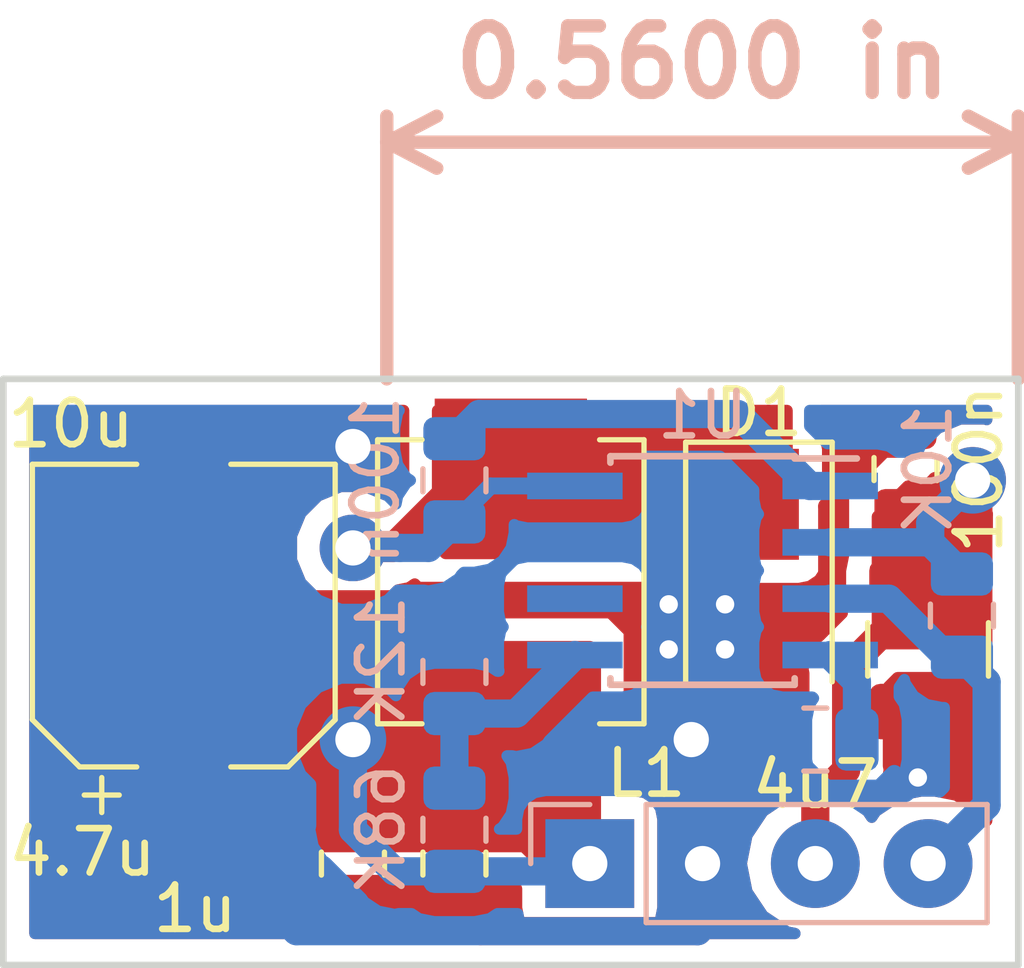
<source format=kicad_pcb>
(kicad_pcb (version 20171130) (host pcbnew "(5.0.0)")

  (general
    (thickness 1.6)
    (drawings 6)
    (tracks 137)
    (zones 0)
    (modules 14)
    (nets 10)
  )

  (page A4)
  (layers
    (0 F.Cu signal)
    (31 B.Cu signal)
    (32 B.Adhes user)
    (33 F.Adhes user)
    (34 B.Paste user)
    (35 F.Paste user)
    (36 B.SilkS user)
    (37 F.SilkS user)
    (38 B.Mask user)
    (39 F.Mask user)
    (40 Dwgs.User user)
    (41 Cmts.User user)
    (42 Eco1.User user)
    (43 Eco2.User user)
    (44 Edge.Cuts user)
    (45 Margin user)
    (46 B.CrtYd user)
    (47 F.CrtYd user)
    (48 B.Fab user)
    (49 F.Fab user)
  )

  (setup
    (last_trace_width 0.508)
    (user_trace_width 0.508)
    (user_trace_width 0.635)
    (trace_clearance 0.2032)
    (zone_clearance 0.508)
    (zone_45_only no)
    (trace_min 0.2032)
    (segment_width 0.2)
    (edge_width 0.15)
    (via_size 1.5)
    (via_drill 0.5)
    (via_min_size 0.762)
    (via_min_drill 0.396875)
    (user_via 1.143 0.5)
    (uvia_size 0.3)
    (uvia_drill 0.1)
    (uvias_allowed no)
    (uvia_min_size 0.2)
    (uvia_min_drill 0.1)
    (pcb_text_width 0.3)
    (pcb_text_size 1.5 1.5)
    (mod_edge_width 0.15)
    (mod_text_size 1 1)
    (mod_text_width 0.15)
    (pad_size 2 2)
    (pad_drill 0.79375)
    (pad_to_mask_clearance 0.2)
    (aux_axis_origin 0 0)
    (visible_elements 7FFFFF7F)
    (pcbplotparams
      (layerselection 0x010fc_ffffffff)
      (usegerberextensions false)
      (usegerberattributes false)
      (usegerberadvancedattributes false)
      (creategerberjobfile false)
      (excludeedgelayer true)
      (linewidth 0.100000)
      (plotframeref false)
      (viasonmask false)
      (mode 1)
      (useauxorigin false)
      (hpglpennumber 1)
      (hpglpenspeed 20)
      (hpglpendiameter 15.000000)
      (psnegative false)
      (psa4output false)
      (plotreference true)
      (plotvalue true)
      (plotinvisibletext false)
      (padsonsilk false)
      (subtractmaskfromsilk false)
      (outputformat 1)
      (mirror false)
      (drillshape 1)
      (scaleselection 1)
      (outputdirectory ""))
  )

  (net 0 "")
  (net 1 /Vin)
  (net 2 GND)
  (net 3 "Net-(C3-Pad1)")
  (net 4 "Net-(C3-Pad2)")
  (net 5 /Vout)
  (net 6 /EN)
  (net 7 "Net-(R2-Pad1)")
  (net 8 "Net-(R3-Pad2)")
  (net 9 "Net-(U1-Pad6)")

  (net_class Default "This is the default net class."
    (clearance 0.2032)
    (trace_width 0.508)
    (via_dia 1.5)
    (via_drill 0.5)
    (uvia_dia 0.3)
    (uvia_drill 0.1)
    (diff_pair_gap 0.254)
    (diff_pair_width 0.2032)
    (add_net /EN)
    (add_net /Vin)
    (add_net /Vout)
    (add_net GND)
    (add_net "Net-(C3-Pad1)")
    (add_net "Net-(C3-Pad2)")
    (add_net "Net-(R2-Pad1)")
    (add_net "Net-(R3-Pad2)")
    (add_net "Net-(U1-Pad6)")
  )

  (module Capacitor_SMD:CP_Elec_6.3x5.8 (layer F.Cu) (tedit 5C40E6E6) (tstamp 5C569210)
    (at 181.864 119.634 90)
    (descr "SMT capacitor, aluminium electrolytic, 6.3x5.8, Nichicon ")
    (tags "Capacitor Electrolytic")
    (path /5C3C1E41)
    (attr smd)
    (fp_text reference C4 (at 4.318 -2.794 180) (layer F.SilkS) hide
      (effects (font (size 1 1) (thickness 0.15)))
    )
    (fp_text value 10u (at 4.318 -2.54 180) (layer F.SilkS)
      (effects (font (size 1 1) (thickness 0.15)))
    )
    (fp_circle (center 0 0) (end 3.15 0) (layer F.Fab) (width 0.1))
    (fp_line (start 3.3 -3.3) (end 3.3 3.3) (layer F.Fab) (width 0.1))
    (fp_line (start -2.3 -3.3) (end 3.3 -3.3) (layer F.Fab) (width 0.1))
    (fp_line (start -2.3 3.3) (end 3.3 3.3) (layer F.Fab) (width 0.1))
    (fp_line (start -3.3 -2.3) (end -3.3 2.3) (layer F.Fab) (width 0.1))
    (fp_line (start -3.3 -2.3) (end -2.3 -3.3) (layer F.Fab) (width 0.1))
    (fp_line (start -3.3 2.3) (end -2.3 3.3) (layer F.Fab) (width 0.1))
    (fp_line (start -2.704838 -1.33) (end -2.074838 -1.33) (layer F.Fab) (width 0.1))
    (fp_line (start -2.389838 -1.645) (end -2.389838 -1.015) (layer F.Fab) (width 0.1))
    (fp_line (start 3.41 3.41) (end 3.41 1.06) (layer F.SilkS) (width 0.12))
    (fp_line (start 3.41 -3.41) (end 3.41 -1.06) (layer F.SilkS) (width 0.12))
    (fp_line (start -2.345563 -3.41) (end 3.41 -3.41) (layer F.SilkS) (width 0.12))
    (fp_line (start -2.345563 3.41) (end 3.41 3.41) (layer F.SilkS) (width 0.12))
    (fp_line (start -3.41 2.345563) (end -3.41 1.06) (layer F.SilkS) (width 0.12))
    (fp_line (start -3.41 -2.345563) (end -3.41 -1.06) (layer F.SilkS) (width 0.12))
    (fp_line (start -3.41 -2.345563) (end -2.345563 -3.41) (layer F.SilkS) (width 0.12))
    (fp_line (start -3.41 2.345563) (end -2.345563 3.41) (layer F.SilkS) (width 0.12))
    (fp_line (start -4.4375 -1.8475) (end -3.65 -1.8475) (layer F.SilkS) (width 0.12))
    (fp_line (start -4.04375 -2.24125) (end -4.04375 -1.45375) (layer F.SilkS) (width 0.12))
    (fp_line (start 3.55 -3.55) (end 3.55 -1.05) (layer F.CrtYd) (width 0.05))
    (fp_line (start 3.55 -1.05) (end 4.7 -1.05) (layer F.CrtYd) (width 0.05))
    (fp_line (start 4.7 -1.05) (end 4.7 1.05) (layer F.CrtYd) (width 0.05))
    (fp_line (start 4.7 1.05) (end 3.55 1.05) (layer F.CrtYd) (width 0.05))
    (fp_line (start 3.55 1.05) (end 3.55 3.55) (layer F.CrtYd) (width 0.05))
    (fp_line (start -2.4 3.55) (end 3.55 3.55) (layer F.CrtYd) (width 0.05))
    (fp_line (start -2.4 -3.55) (end 3.55 -3.55) (layer F.CrtYd) (width 0.05))
    (fp_line (start -3.55 2.4) (end -2.4 3.55) (layer F.CrtYd) (width 0.05))
    (fp_line (start -3.55 -2.4) (end -2.4 -3.55) (layer F.CrtYd) (width 0.05))
    (fp_line (start -3.55 -2.4) (end -3.55 -1.05) (layer F.CrtYd) (width 0.05))
    (fp_line (start -3.55 1.05) (end -3.55 2.4) (layer F.CrtYd) (width 0.05))
    (fp_line (start -3.55 -1.05) (end -4.7 -1.05) (layer F.CrtYd) (width 0.05))
    (fp_line (start -4.7 -1.05) (end -4.7 1.05) (layer F.CrtYd) (width 0.05))
    (fp_line (start -4.7 1.05) (end -3.55 1.05) (layer F.CrtYd) (width 0.05))
    (fp_text user %R (at 0 0 90) (layer F.Fab)
      (effects (font (size 1 1) (thickness 0.15)))
    )
    (pad 1 smd rect (at -2.7 0 90) (size 3.5 1.6) (layers F.Cu F.Paste F.Mask)
      (net 5 /Vout))
    (pad 2 smd rect (at 2.7 0 90) (size 3.5 1.6) (layers F.Cu F.Paste F.Mask)
      (net 2 GND))
    (model ${KISYS3DMOD}/Capacitor_SMD.3dshapes/CP_Elec_6.3x5.8.wrl
      (at (xyz 0 0 0))
      (scale (xyz 1 1 1))
      (rotate (xyz 0 0 0))
    )
  )

  (module Connector_PinHeader_2.54mm:PinHeader_1x04_P2.54mm_Vertical (layer B.Cu) (tedit 5C4B5FDE) (tstamp 5C569262)
    (at 191.008 125.222 270)
    (descr "Through hole straight pin header, 1x04, 2.54mm pitch, single row")
    (tags "Through hole pin header THT 1x04 2.54mm single row")
    (path /5C3C4FC9)
    (fp_text reference J1 (at 0 2.33 270) (layer B.SilkS) hide
      (effects (font (size 1 1) (thickness 0.15)) (justify mirror))
    )
    (fp_text value Power (at -2.032 -4.318) (layer B.Fab) hide
      (effects (font (size 1 1) (thickness 0.15)) (justify mirror))
    )
    (fp_line (start -0.635 1.27) (end 1.27 1.27) (layer B.Fab) (width 0.1))
    (fp_line (start 1.27 1.27) (end 1.27 -8.89) (layer B.Fab) (width 0.1))
    (fp_line (start 1.27 -8.89) (end -1.27 -8.89) (layer B.Fab) (width 0.1))
    (fp_line (start -1.27 -8.89) (end -1.27 0.635) (layer B.Fab) (width 0.1))
    (fp_line (start -1.27 0.635) (end -0.635 1.27) (layer B.Fab) (width 0.1))
    (fp_line (start -1.33 -8.95) (end 1.33 -8.95) (layer B.SilkS) (width 0.12))
    (fp_line (start -1.33 -1.27) (end -1.33 -8.95) (layer B.SilkS) (width 0.12))
    (fp_line (start 1.33 -1.27) (end 1.33 -8.95) (layer B.SilkS) (width 0.12))
    (fp_line (start -1.33 -1.27) (end 1.33 -1.27) (layer B.SilkS) (width 0.12))
    (fp_line (start -1.33 0) (end -1.33 1.33) (layer B.SilkS) (width 0.12))
    (fp_line (start -1.33 1.33) (end 0 1.33) (layer B.SilkS) (width 0.12))
    (fp_line (start -1.8 1.8) (end -1.8 -9.4) (layer B.CrtYd) (width 0.05))
    (fp_line (start -1.8 -9.4) (end 1.8 -9.4) (layer B.CrtYd) (width 0.05))
    (fp_line (start 1.8 -9.4) (end 1.8 1.8) (layer B.CrtYd) (width 0.05))
    (fp_line (start 1.8 1.8) (end -1.8 1.8) (layer B.CrtYd) (width 0.05))
    (fp_text user %R (at 0 -3.81 180) (layer B.Fab)
      (effects (font (size 1 1) (thickness 0.15)) (justify mirror))
    )
    (pad 1 thru_hole rect (at 0 0 270) (size 2 2) (drill 0.79375) (layers *.Cu *.Mask)
      (net 5 /Vout))
    (pad 2 thru_hole oval (at 0 -2.54 270) (size 2 2) (drill 0.79375) (layers *.Cu *.Mask)
      (net 2 GND))
    (pad 3 thru_hole oval (at 0 -5.08 270) (size 2 2) (drill 0.79375) (layers *.Cu *.Mask)
      (net 1 /Vin))
    (pad 4 thru_hole oval (at 0 -7.62 270) (size 2 2) (drill 0.79375) (layers *.Cu *.Mask)
      (net 6 /EN))
    (model ${KISYS3DMOD}/Connector_PinHeader_2.54mm.3dshapes/PinHeader_1x04_P2.54mm_Vertical.wrl
      (at (xyz 0 0 0))
      (scale (xyz 1 1 1))
      (rotate (xyz 0 0 0))
    )
  )

  (module supermileage_footprints:PCC-M0630M-LP (layer F.Cu) (tedit 5C3E5CEA) (tstamp 5C569279)
    (at 189.23 118.872 270)
    (descr "Choke, SMD, 6.3x6.3mm 3mm height")
    (tags "Inductor SMD")
    (path /5C3C1A56)
    (attr smd)
    (fp_text reference L1 (at 4.318 -3.048) (layer F.SilkS)
      (effects (font (size 1 1) (thickness 0.15)))
    )
    (fp_text value 22u (at 0 4.45 270) (layer F.Fab) hide
      (effects (font (size 1 1) (thickness 0.15)))
    )
    (fp_text user %R (at 0 0 270) (layer F.Fab)
      (effects (font (size 1 1) (thickness 0.15)))
    )
    (fp_line (start 3.2 2) (end 3.2 3) (layer F.SilkS) (width 0.12))
    (fp_line (start 3.2 3) (end -3.2 3) (layer F.SilkS) (width 0.12))
    (fp_line (start -3.2 3) (end -3.2 2) (layer F.SilkS) (width 0.12))
    (fp_line (start -3.2 -2) (end -3.2 -3) (layer F.SilkS) (width 0.12))
    (fp_line (start -3.2 -3) (end 3.2 -3) (layer F.SilkS) (width 0.12))
    (fp_line (start 3.2 -3) (end 3.2 -2) (layer F.SilkS) (width 0.12))
    (fp_line (start -3.75 -3.5) (end -3.75 3.5) (layer F.CrtYd) (width 0.05))
    (fp_line (start -3.75 3.5) (end 3.75 3.5) (layer F.CrtYd) (width 0.05))
    (fp_line (start 3.75 3.5) (end 3.75 -3.5) (layer F.CrtYd) (width 0.05))
    (fp_line (start 3.75 -3.5) (end -3.75 -3.5) (layer F.CrtYd) (width 0.05))
    (fp_line (start 3.7 3.5) (end 3.7 1.5) (layer F.Fab) (width 0.1))
    (fp_line (start 3.7 -3.5) (end 3.7 -1.5) (layer F.Fab) (width 0.1))
    (fp_line (start -3.7 3.5) (end -3.7 1.5) (layer F.Fab) (width 0.1))
    (fp_line (start -3.7 -3.5) (end -3.7 -1.5) (layer F.Fab) (width 0.1))
    (fp_line (start -3.7 -3.5) (end 3.7 -3.5) (layer F.Fab) (width 0.1))
    (fp_line (start -3.7 3.5) (end 3.7 3.5) (layer F.Fab) (width 0.1))
    (pad 1 smd rect (at -2.921 0 270) (size 2.413 3.429) (layers F.Cu F.Paste F.Mask)
      (net 3 "Net-(C3-Pad1)"))
    (pad 2 smd rect (at 2.921 0 270) (size 2.413 3.429) (layers F.Cu F.Paste F.Mask)
      (net 5 /Vout))
    (model ${KISYS3DMOD}/Inductor_SMD.3dshapes/L_6.3x6.3_H3.wrl
      (at (xyz 0 0 0))
      (scale (xyz 1 1 1))
      (rotate (xyz 0 0 0))
    )
  )

  (module supermileage_footprints:SOIC-8-PowerPAD (layer B.Cu) (tedit 5C41D8F7) (tstamp 5C4D81BF)
    (at 193.548 118.618 180)
    (descr "8-Lead Thermally Enhanced Plastic Small Outline (SE) - Narrow, 3.90 mm Body [SOIC] (see Microchip Packaging Specification 00000049BS.pdf)")
    (tags "SOIC 1.27")
    (path /5C3C17F6)
    (attr smd)
    (fp_text reference U1 (at 0 3.5 180) (layer B.SilkS)
      (effects (font (size 1 1) (thickness 0.15)) (justify mirror))
    )
    (fp_text value LMR16010 (at 0 -3.5 180) (layer B.Fab) hide
      (effects (font (size 1 1) (thickness 0.15)) (justify mirror))
    )
    (fp_text user %R (at 0 3.302 180) (layer B.Fab) hide
      (effects (font (size 0.9 0.9) (thickness 0.135)) (justify mirror))
    )
    (fp_line (start -0.95 2.45) (end 1.95 2.45) (layer B.Fab) (width 0.15))
    (fp_line (start 1.95 2.45) (end 1.95 -2.45) (layer B.Fab) (width 0.15))
    (fp_line (start 1.95 -2.45) (end -1.95 -2.45) (layer B.Fab) (width 0.15))
    (fp_line (start -1.95 -2.45) (end -1.95 1.45) (layer B.Fab) (width 0.15))
    (fp_line (start -1.95 1.45) (end -0.95 2.45) (layer B.Fab) (width 0.15))
    (fp_line (start -3.75 2.75) (end -3.75 -2.75) (layer B.CrtYd) (width 0.05))
    (fp_line (start 3.75 2.75) (end 3.75 -2.75) (layer B.CrtYd) (width 0.05))
    (fp_line (start -3.75 2.75) (end 3.75 2.75) (layer B.CrtYd) (width 0.05))
    (fp_line (start -3.75 -2.75) (end 3.75 -2.75) (layer B.CrtYd) (width 0.05))
    (fp_line (start -2.075 2.575) (end -2.075 2.525) (layer B.SilkS) (width 0.15))
    (fp_line (start 2.075 2.575) (end 2.075 2.43) (layer B.SilkS) (width 0.15))
    (fp_line (start 2.075 -2.575) (end 2.075 -2.43) (layer B.SilkS) (width 0.15))
    (fp_line (start -2.075 -2.575) (end -2.075 -2.43) (layer B.SilkS) (width 0.15))
    (fp_line (start -2.075 2.575) (end 2.075 2.575) (layer B.SilkS) (width 0.15))
    (fp_line (start -2.075 -2.575) (end 2.075 -2.575) (layer B.SilkS) (width 0.15))
    (fp_line (start -2.075 2.525) (end -3.475 2.525) (layer B.SilkS) (width 0.15))
    (pad 1 smd rect (at -2.875 1.905 180) (size 2.15 0.6) (layers B.Cu B.Paste B.Mask)
      (net 4 "Net-(C3-Pad2)"))
    (pad 2 smd rect (at -2.875 0.635 180) (size 2.15 0.6) (layers B.Cu B.Paste B.Mask)
      (net 1 /Vin))
    (pad 3 smd rect (at -2.875 -0.635 180) (size 2.15 0.6) (layers B.Cu B.Paste B.Mask)
      (net 6 /EN))
    (pad 4 smd rect (at -2.875 -1.905 180) (size 2.15 0.6) (layers B.Cu B.Paste B.Mask)
      (net 7 "Net-(R2-Pad1)"))
    (pad 5 smd rect (at 2.875 -1.905 180) (size 2.15 0.6) (layers B.Cu B.Paste B.Mask)
      (net 8 "Net-(R3-Pad2)"))
    (pad 6 smd rect (at 2.875 -0.635 180) (size 2.15 0.6) (layers B.Cu B.Paste B.Mask)
      (net 9 "Net-(U1-Pad6)"))
    (pad 7 smd rect (at 2.875 0.635 180) (size 2.15 0.6) (layers B.Cu B.Paste B.Mask)
      (net 2 GND))
    (pad 8 smd rect (at 2.875 1.905 180) (size 2.15 0.6) (layers B.Cu B.Paste B.Mask)
      (net 3 "Net-(C3-Pad1)"))
    (pad "" smd rect (at 0.5875 -0.5875 180) (size 0.95 0.95) (layers B.Paste))
    (pad 0 smd rect (at 0 0 180) (size 2.4 3.1) (layers B.Cu B.Mask)
      (net 2 GND))
    (pad "" smd rect (at -0.5875 -0.5875 180) (size 0.95 0.95) (layers B.Paste))
    (pad "" smd rect (at -0.5875 0.5875 180) (size 0.95 0.95) (layers B.Paste))
    (pad "" smd rect (at 0.5875 0.5875 180) (size 0.95 0.95) (layers B.Paste))
    (model ${KISYS3DMOD}/Package_SO.3dshapes/SOIC-8-1EP_3.9x4.9mm_P1.27mm_EP2.35x2.35mm.wrl
      (at (xyz 0 0 0))
      (scale (xyz 1 1 1))
      (rotate (xyz 0 0 0))
    )
  )

  (module Capacitor_SMD:C_1210_3225Metric (layer F.Cu) (tedit 5C3E5DD8) (tstamp 5C56B6D3)
    (at 198.628 120.396 270)
    (descr "Capacitor SMD 1210 (3225 Metric), square (rectangular) end terminal, IPC_7351 nominal, (Body size source: http://www.tortai-tech.com/upload/download/2011102023233369053.pdf), generated with kicad-footprint-generator")
    (tags capacitor)
    (path /5C3C8DA6)
    (attr smd)
    (fp_text reference C1 (at 0 -2.28 270) (layer F.SilkS) hide
      (effects (font (size 1 1) (thickness 0.15)))
    )
    (fp_text value 4u7 (at 3.048 2.54) (layer F.SilkS)
      (effects (font (size 1 1) (thickness 0.15)))
    )
    (fp_line (start -1.6 1.25) (end -1.6 -1.25) (layer F.Fab) (width 0.1))
    (fp_line (start -1.6 -1.25) (end 1.6 -1.25) (layer F.Fab) (width 0.1))
    (fp_line (start 1.6 -1.25) (end 1.6 1.25) (layer F.Fab) (width 0.1))
    (fp_line (start 1.6 1.25) (end -1.6 1.25) (layer F.Fab) (width 0.1))
    (fp_line (start -0.602064 -1.36) (end 0.602064 -1.36) (layer F.SilkS) (width 0.12))
    (fp_line (start -0.602064 1.36) (end 0.602064 1.36) (layer F.SilkS) (width 0.12))
    (fp_line (start -2.28 1.58) (end -2.28 -1.58) (layer F.CrtYd) (width 0.05))
    (fp_line (start -2.28 -1.58) (end 2.28 -1.58) (layer F.CrtYd) (width 0.05))
    (fp_line (start 2.28 -1.58) (end 2.28 1.58) (layer F.CrtYd) (width 0.05))
    (fp_line (start 2.28 1.58) (end -2.28 1.58) (layer F.CrtYd) (width 0.05))
    (fp_text user %R (at 0 0 270) (layer F.Fab)
      (effects (font (size 0.8 0.8) (thickness 0.12)))
    )
    (pad 1 smd roundrect (at -1.4 0 270) (size 1.25 2.65) (layers F.Cu F.Paste F.Mask) (roundrect_rratio 0.2)
      (net 1 /Vin))
    (pad 2 smd roundrect (at 1.4 0 270) (size 1.25 2.65) (layers F.Cu F.Paste F.Mask) (roundrect_rratio 0.2)
      (net 2 GND))
    (model ${KISYS3DMOD}/Capacitor_SMD.3dshapes/C_1210_3225Metric.wrl
      (at (xyz 0 0 0))
      (scale (xyz 1 1 1))
      (rotate (xyz 0 0 0))
    )
  )

  (module Capacitor_SMD:C_0805_2012Metric (layer F.Cu) (tedit 5C40E72B) (tstamp 5C4D18EB)
    (at 198.12 116.332 90)
    (descr "Capacitor SMD 0805 (2012 Metric), square (rectangular) end terminal, IPC_7351 nominal, (Body size source: https://docs.google.com/spreadsheets/d/1BsfQQcO9C6DZCsRaXUlFlo91Tg2WpOkGARC1WS5S8t0/edit?usp=sharing), generated with kicad-footprint-generator")
    (tags capacitor)
    (path /5C3C69F4)
    (attr smd)
    (fp_text reference C2 (at 0 1.778 90) (layer F.SilkS) hide
      (effects (font (size 1 1) (thickness 0.15)))
    )
    (fp_text value 100n (at 0 1.65 90) (layer F.SilkS)
      (effects (font (size 1 1) (thickness 0.15)))
    )
    (fp_text user %R (at 0 0 90) (layer F.Fab)
      (effects (font (size 0.5 0.5) (thickness 0.08)))
    )
    (fp_line (start 1.68 0.95) (end -1.68 0.95) (layer F.CrtYd) (width 0.05))
    (fp_line (start 1.68 -0.95) (end 1.68 0.95) (layer F.CrtYd) (width 0.05))
    (fp_line (start -1.68 -0.95) (end 1.68 -0.95) (layer F.CrtYd) (width 0.05))
    (fp_line (start -1.68 0.95) (end -1.68 -0.95) (layer F.CrtYd) (width 0.05))
    (fp_line (start -0.258578 0.71) (end 0.258578 0.71) (layer F.SilkS) (width 0.12))
    (fp_line (start -0.258578 -0.71) (end 0.258578 -0.71) (layer F.SilkS) (width 0.12))
    (fp_line (start 1 0.6) (end -1 0.6) (layer F.Fab) (width 0.1))
    (fp_line (start 1 -0.6) (end 1 0.6) (layer F.Fab) (width 0.1))
    (fp_line (start -1 -0.6) (end 1 -0.6) (layer F.Fab) (width 0.1))
    (fp_line (start -1 0.6) (end -1 -0.6) (layer F.Fab) (width 0.1))
    (pad 2 smd roundrect (at 0.9375 0 90) (size 0.975 1.4) (layers F.Cu F.Paste F.Mask) (roundrect_rratio 0.25)
      (net 2 GND))
    (pad 1 smd roundrect (at -0.9375 0 90) (size 0.975 1.4) (layers F.Cu F.Paste F.Mask) (roundrect_rratio 0.25)
      (net 1 /Vin))
    (model ${KISYS3DMOD}/Capacitor_SMD.3dshapes/C_0805_2012Metric.wrl
      (at (xyz 0 0 0))
      (scale (xyz 1 1 1))
      (rotate (xyz 0 0 0))
    )
  )

  (module Capacitor_SMD:C_0805_2012Metric (layer B.Cu) (tedit 5C40E61B) (tstamp 5C4D284D)
    (at 187.96 116.586 90)
    (descr "Capacitor SMD 0805 (2012 Metric), square (rectangular) end terminal, IPC_7351 nominal, (Body size source: https://docs.google.com/spreadsheets/d/1BsfQQcO9C6DZCsRaXUlFlo91Tg2WpOkGARC1WS5S8t0/edit?usp=sharing), generated with kicad-footprint-generator")
    (tags capacitor)
    (path /5C3C2FF5)
    (attr smd)
    (fp_text reference C3 (at 0 1.65 90) (layer B.SilkS) hide
      (effects (font (size 1 1) (thickness 0.15)) (justify mirror))
    )
    (fp_text value 100n (at 0 -1.778 90) (layer B.SilkS)
      (effects (font (size 1 1) (thickness 0.15)) (justify mirror))
    )
    (fp_line (start -1 -0.6) (end -1 0.6) (layer B.Fab) (width 0.1))
    (fp_line (start -1 0.6) (end 1 0.6) (layer B.Fab) (width 0.1))
    (fp_line (start 1 0.6) (end 1 -0.6) (layer B.Fab) (width 0.1))
    (fp_line (start 1 -0.6) (end -1 -0.6) (layer B.Fab) (width 0.1))
    (fp_line (start -0.258578 0.71) (end 0.258578 0.71) (layer B.SilkS) (width 0.12))
    (fp_line (start -0.258578 -0.71) (end 0.258578 -0.71) (layer B.SilkS) (width 0.12))
    (fp_line (start -1.68 -0.95) (end -1.68 0.95) (layer B.CrtYd) (width 0.05))
    (fp_line (start -1.68 0.95) (end 1.68 0.95) (layer B.CrtYd) (width 0.05))
    (fp_line (start 1.68 0.95) (end 1.68 -0.95) (layer B.CrtYd) (width 0.05))
    (fp_line (start 1.68 -0.95) (end -1.68 -0.95) (layer B.CrtYd) (width 0.05))
    (fp_text user %R (at 0 0 90) (layer B.Fab)
      (effects (font (size 0.5 0.5) (thickness 0.08)) (justify mirror))
    )
    (pad 1 smd roundrect (at -0.9375 0 90) (size 0.975 1.4) (layers B.Cu B.Paste B.Mask) (roundrect_rratio 0.25)
      (net 3 "Net-(C3-Pad1)"))
    (pad 2 smd roundrect (at 0.9375 0 90) (size 0.975 1.4) (layers B.Cu B.Paste B.Mask) (roundrect_rratio 0.25)
      (net 4 "Net-(C3-Pad2)"))
    (model ${KISYS3DMOD}/Capacitor_SMD.3dshapes/C_0805_2012Metric.wrl
      (at (xyz 0 0 0))
      (scale (xyz 1 1 1))
      (rotate (xyz 0 0 0))
    )
  )

  (module Capacitor_SMD:C_0805_2012Metric (layer F.Cu) (tedit 5C40E6BE) (tstamp 5C4D1BE4)
    (at 185.674 125.222 270)
    (descr "Capacitor SMD 0805 (2012 Metric), square (rectangular) end terminal, IPC_7351 nominal, (Body size source: https://docs.google.com/spreadsheets/d/1BsfQQcO9C6DZCsRaXUlFlo91Tg2WpOkGARC1WS5S8t0/edit?usp=sharing), generated with kicad-footprint-generator")
    (tags capacitor)
    (path /5C3C1E96)
    (attr smd)
    (fp_text reference C5 (at -0.762 1.778) (layer F.SilkS) hide
      (effects (font (size 1 1) (thickness 0.15)))
    )
    (fp_text value 4.7u (at -0.254 6.096) (layer F.SilkS)
      (effects (font (size 1 1) (thickness 0.15)))
    )
    (fp_line (start -1 0.6) (end -1 -0.6) (layer F.Fab) (width 0.1))
    (fp_line (start -1 -0.6) (end 1 -0.6) (layer F.Fab) (width 0.1))
    (fp_line (start 1 -0.6) (end 1 0.6) (layer F.Fab) (width 0.1))
    (fp_line (start 1 0.6) (end -1 0.6) (layer F.Fab) (width 0.1))
    (fp_line (start -0.258578 -0.71) (end 0.258578 -0.71) (layer F.SilkS) (width 0.12))
    (fp_line (start -0.258578 0.71) (end 0.258578 0.71) (layer F.SilkS) (width 0.12))
    (fp_line (start -1.68 0.95) (end -1.68 -0.95) (layer F.CrtYd) (width 0.05))
    (fp_line (start -1.68 -0.95) (end 1.68 -0.95) (layer F.CrtYd) (width 0.05))
    (fp_line (start 1.68 -0.95) (end 1.68 0.95) (layer F.CrtYd) (width 0.05))
    (fp_line (start 1.68 0.95) (end -1.68 0.95) (layer F.CrtYd) (width 0.05))
    (fp_text user %R (at 0 0 270) (layer F.Fab)
      (effects (font (size 0.5 0.5) (thickness 0.08)))
    )
    (pad 1 smd roundrect (at -0.9375 0 270) (size 0.975 1.4) (layers F.Cu F.Paste F.Mask) (roundrect_rratio 0.25)
      (net 5 /Vout))
    (pad 2 smd roundrect (at 0.9375 0 270) (size 0.975 1.4) (layers F.Cu F.Paste F.Mask) (roundrect_rratio 0.25)
      (net 2 GND))
    (model ${KISYS3DMOD}/Capacitor_SMD.3dshapes/C_0805_2012Metric.wrl
      (at (xyz 0 0 0))
      (scale (xyz 1 1 1))
      (rotate (xyz 0 0 0))
    )
  )

  (module Capacitor_SMD:C_0805_2012Metric (layer F.Cu) (tedit 5C40E6B3) (tstamp 5C4D191B)
    (at 187.96 125.222 270)
    (descr "Capacitor SMD 0805 (2012 Metric), square (rectangular) end terminal, IPC_7351 nominal, (Body size source: https://docs.google.com/spreadsheets/d/1BsfQQcO9C6DZCsRaXUlFlo91Tg2WpOkGARC1WS5S8t0/edit?usp=sharing), generated with kicad-footprint-generator")
    (tags capacitor)
    (path /5C3C1ED0)
    (attr smd)
    (fp_text reference C6 (at -0.762 6.096) (layer F.SilkS) hide
      (effects (font (size 1 1) (thickness 0.15)))
    )
    (fp_text value 1u (at 1.016 5.842) (layer F.SilkS)
      (effects (font (size 1 1) (thickness 0.15)))
    )
    (fp_text user %R (at 0 0 270) (layer F.Fab)
      (effects (font (size 0.5 0.5) (thickness 0.08)))
    )
    (fp_line (start 1.68 0.95) (end -1.68 0.95) (layer F.CrtYd) (width 0.05))
    (fp_line (start 1.68 -0.95) (end 1.68 0.95) (layer F.CrtYd) (width 0.05))
    (fp_line (start -1.68 -0.95) (end 1.68 -0.95) (layer F.CrtYd) (width 0.05))
    (fp_line (start -1.68 0.95) (end -1.68 -0.95) (layer F.CrtYd) (width 0.05))
    (fp_line (start -0.258578 0.71) (end 0.258578 0.71) (layer F.SilkS) (width 0.12))
    (fp_line (start -0.258578 -0.71) (end 0.258578 -0.71) (layer F.SilkS) (width 0.12))
    (fp_line (start 1 0.6) (end -1 0.6) (layer F.Fab) (width 0.1))
    (fp_line (start 1 -0.6) (end 1 0.6) (layer F.Fab) (width 0.1))
    (fp_line (start -1 -0.6) (end 1 -0.6) (layer F.Fab) (width 0.1))
    (fp_line (start -1 0.6) (end -1 -0.6) (layer F.Fab) (width 0.1))
    (pad 2 smd roundrect (at 0.9375 0 270) (size 0.975 1.4) (layers F.Cu F.Paste F.Mask) (roundrect_rratio 0.25)
      (net 2 GND))
    (pad 1 smd roundrect (at -0.9375 0 270) (size 0.975 1.4) (layers F.Cu F.Paste F.Mask) (roundrect_rratio 0.25)
      (net 5 /Vout))
    (model ${KISYS3DMOD}/Capacitor_SMD.3dshapes/C_0805_2012Metric.wrl
      (at (xyz 0 0 0))
      (scale (xyz 1 1 1))
      (rotate (xyz 0 0 0))
    )
  )

  (module Diode_SMD:D_SMA (layer F.Cu) (tedit 5C40D10B) (tstamp 5C4D192B)
    (at 194.818 119.126 270)
    (descr "Diode SMA (DO-214AC)")
    (tags "Diode SMA (DO-214AC)")
    (path /5C3C1C22)
    (attr smd)
    (fp_text reference D1 (at -4.064 0) (layer F.SilkS)
      (effects (font (size 1 1) (thickness 0.15)))
    )
    (fp_text value D_Schottky_Small_ALT (at 0 2.6 270) (layer F.Fab) hide
      (effects (font (size 1 1) (thickness 0.15)))
    )
    (fp_text user %R (at 0 -2.5 270) (layer F.Fab)
      (effects (font (size 1 1) (thickness 0.15)))
    )
    (fp_line (start -3.4 -1.65) (end -3.4 1.65) (layer F.SilkS) (width 0.12))
    (fp_line (start 2.3 1.5) (end -2.3 1.5) (layer F.Fab) (width 0.1))
    (fp_line (start -2.3 1.5) (end -2.3 -1.5) (layer F.Fab) (width 0.1))
    (fp_line (start 2.3 -1.5) (end 2.3 1.5) (layer F.Fab) (width 0.1))
    (fp_line (start 2.3 -1.5) (end -2.3 -1.5) (layer F.Fab) (width 0.1))
    (fp_line (start -3.5 -1.75) (end 3.5 -1.75) (layer F.CrtYd) (width 0.05))
    (fp_line (start 3.5 -1.75) (end 3.5 1.75) (layer F.CrtYd) (width 0.05))
    (fp_line (start 3.5 1.75) (end -3.5 1.75) (layer F.CrtYd) (width 0.05))
    (fp_line (start -3.5 1.75) (end -3.5 -1.75) (layer F.CrtYd) (width 0.05))
    (fp_line (start -0.64944 0.00102) (end -1.55114 0.00102) (layer F.Fab) (width 0.1))
    (fp_line (start 0.50118 0.00102) (end 1.4994 0.00102) (layer F.Fab) (width 0.1))
    (fp_line (start -0.64944 -0.79908) (end -0.64944 0.80112) (layer F.Fab) (width 0.1))
    (fp_line (start 0.50118 0.75032) (end 0.50118 -0.79908) (layer F.Fab) (width 0.1))
    (fp_line (start -0.64944 0.00102) (end 0.50118 0.75032) (layer F.Fab) (width 0.1))
    (fp_line (start -0.64944 0.00102) (end 0.50118 -0.79908) (layer F.Fab) (width 0.1))
    (fp_line (start -3.4 1.65) (end 2 1.65) (layer F.SilkS) (width 0.12))
    (fp_line (start -3.4 -1.65) (end 2 -1.65) (layer F.SilkS) (width 0.12))
    (pad 1 smd rect (at -2 0 270) (size 2.5 1.8) (layers F.Cu F.Paste F.Mask)
      (net 3 "Net-(C3-Pad1)"))
    (pad 2 smd rect (at 2 0 270) (size 2.5 1.8) (layers F.Cu F.Paste F.Mask)
      (net 2 GND))
    (model ${KISYS3DMOD}/Diode_SMD.3dshapes/D_SMA.wrl
      (at (xyz 0 0 0))
      (scale (xyz 1 1 1))
      (rotate (xyz 0 0 0))
    )
  )

  (module Resistor_SMD:R_0805_2012Metric (layer B.Cu) (tedit 5C40E5FA) (tstamp 5C4D1942)
    (at 199.39 119.634 270)
    (descr "Resistor SMD 0805 (2012 Metric), square (rectangular) end terminal, IPC_7351 nominal, (Body size source: https://docs.google.com/spreadsheets/d/1BsfQQcO9C6DZCsRaXUlFlo91Tg2WpOkGARC1WS5S8t0/edit?usp=sharing), generated with kicad-footprint-generator")
    (tags resistor)
    (path /5C3EED30)
    (attr smd)
    (fp_text reference R1 (at 0 1.65 270) (layer B.SilkS) hide
      (effects (font (size 1 1) (thickness 0.15)) (justify mirror))
    )
    (fp_text value 10K (at -3.302 0.762 270) (layer B.SilkS)
      (effects (font (size 1 1) (thickness 0.15)) (justify mirror))
    )
    (fp_text user %R (at 0 0 270) (layer B.Fab)
      (effects (font (size 0.5 0.5) (thickness 0.08)) (justify mirror))
    )
    (fp_line (start 1.68 -0.95) (end -1.68 -0.95) (layer B.CrtYd) (width 0.05))
    (fp_line (start 1.68 0.95) (end 1.68 -0.95) (layer B.CrtYd) (width 0.05))
    (fp_line (start -1.68 0.95) (end 1.68 0.95) (layer B.CrtYd) (width 0.05))
    (fp_line (start -1.68 -0.95) (end -1.68 0.95) (layer B.CrtYd) (width 0.05))
    (fp_line (start -0.258578 -0.71) (end 0.258578 -0.71) (layer B.SilkS) (width 0.12))
    (fp_line (start -0.258578 0.71) (end 0.258578 0.71) (layer B.SilkS) (width 0.12))
    (fp_line (start 1 -0.6) (end -1 -0.6) (layer B.Fab) (width 0.1))
    (fp_line (start 1 0.6) (end 1 -0.6) (layer B.Fab) (width 0.1))
    (fp_line (start -1 0.6) (end 1 0.6) (layer B.Fab) (width 0.1))
    (fp_line (start -1 -0.6) (end -1 0.6) (layer B.Fab) (width 0.1))
    (pad 2 smd roundrect (at 0.9375 0 270) (size 0.975 1.4) (layers B.Cu B.Paste B.Mask) (roundrect_rratio 0.25)
      (net 6 /EN))
    (pad 1 smd roundrect (at -0.9375 0 270) (size 0.975 1.4) (layers B.Cu B.Paste B.Mask) (roundrect_rratio 0.25)
      (net 1 /Vin))
    (model ${KISYS3DMOD}/Resistor_SMD.3dshapes/R_0805_2012Metric.wrl
      (at (xyz 0 0 0))
      (scale (xyz 1 1 1))
      (rotate (xyz 0 0 0))
    )
  )

  (module Resistor_SMD:R_0805_2012Metric (layer B.Cu) (tedit 5C4B51D7) (tstamp 5C4D1952)
    (at 196.088 122.428 180)
    (descr "Resistor SMD 0805 (2012 Metric), square (rectangular) end terminal, IPC_7351 nominal, (Body size source: https://docs.google.com/spreadsheets/d/1BsfQQcO9C6DZCsRaXUlFlo91Tg2WpOkGARC1WS5S8t0/edit?usp=sharing), generated with kicad-footprint-generator")
    (tags resistor)
    (path /5C3C1A0F)
    (attr smd)
    (fp_text reference R2 (at 0 1.65 180) (layer B.SilkS) hide
      (effects (font (size 1 1) (thickness 0.15)) (justify mirror))
    )
    (fp_text value 33K (at 3.302 0 180) (layer F.SilkS) hide
      (effects (font (size 1 1) (thickness 0.15)))
    )
    (fp_line (start -1 -0.6) (end -1 0.6) (layer B.Fab) (width 0.1))
    (fp_line (start -1 0.6) (end 1 0.6) (layer B.Fab) (width 0.1))
    (fp_line (start 1 0.6) (end 1 -0.6) (layer B.Fab) (width 0.1))
    (fp_line (start 1 -0.6) (end -1 -0.6) (layer B.Fab) (width 0.1))
    (fp_line (start -0.258578 0.71) (end 0.258578 0.71) (layer B.SilkS) (width 0.12))
    (fp_line (start -0.258578 -0.71) (end 0.258578 -0.71) (layer B.SilkS) (width 0.12))
    (fp_line (start -1.68 -0.95) (end -1.68 0.95) (layer B.CrtYd) (width 0.05))
    (fp_line (start -1.68 0.95) (end 1.68 0.95) (layer B.CrtYd) (width 0.05))
    (fp_line (start 1.68 0.95) (end 1.68 -0.95) (layer B.CrtYd) (width 0.05))
    (fp_line (start 1.68 -0.95) (end -1.68 -0.95) (layer B.CrtYd) (width 0.05))
    (fp_text user %R (at 0 0 180) (layer B.Fab)
      (effects (font (size 0.5 0.5) (thickness 0.08)) (justify mirror))
    )
    (pad 1 smd roundrect (at -0.9375 0 180) (size 0.975 1.4) (layers B.Cu B.Paste B.Mask) (roundrect_rratio 0.25)
      (net 7 "Net-(R2-Pad1)"))
    (pad 2 smd roundrect (at 0.9375 0 180) (size 0.975 1.4) (layers B.Cu B.Paste B.Mask) (roundrect_rratio 0.25)
      (net 2 GND))
    (model ${KISYS3DMOD}/Resistor_SMD.3dshapes/R_0805_2012Metric.wrl
      (at (xyz 0 0 0))
      (scale (xyz 1 1 1))
      (rotate (xyz 0 0 0))
    )
  )

  (module Resistor_SMD:R_0805_2012Metric (layer B.Cu) (tedit 5C40E5C5) (tstamp 5C4D1962)
    (at 187.96 124.46 90)
    (descr "Resistor SMD 0805 (2012 Metric), square (rectangular) end terminal, IPC_7351 nominal, (Body size source: https://docs.google.com/spreadsheets/d/1BsfQQcO9C6DZCsRaXUlFlo91Tg2WpOkGARC1WS5S8t0/edit?usp=sharing), generated with kicad-footprint-generator")
    (tags resistor)
    (path /5C3C19B2)
    (attr smd)
    (fp_text reference R3 (at 0 1.65 90) (layer B.SilkS) hide
      (effects (font (size 1 1) (thickness 0.15)) (justify mirror))
    )
    (fp_text value 68K (at 0 -1.65 90) (layer B.SilkS)
      (effects (font (size 1 1) (thickness 0.15)) (justify mirror))
    )
    (fp_text user %R (at 0 0 90) (layer B.Fab)
      (effects (font (size 0.5 0.5) (thickness 0.08)) (justify mirror))
    )
    (fp_line (start 1.68 -0.95) (end -1.68 -0.95) (layer B.CrtYd) (width 0.05))
    (fp_line (start 1.68 0.95) (end 1.68 -0.95) (layer B.CrtYd) (width 0.05))
    (fp_line (start -1.68 0.95) (end 1.68 0.95) (layer B.CrtYd) (width 0.05))
    (fp_line (start -1.68 -0.95) (end -1.68 0.95) (layer B.CrtYd) (width 0.05))
    (fp_line (start -0.258578 -0.71) (end 0.258578 -0.71) (layer B.SilkS) (width 0.12))
    (fp_line (start -0.258578 0.71) (end 0.258578 0.71) (layer B.SilkS) (width 0.12))
    (fp_line (start 1 -0.6) (end -1 -0.6) (layer B.Fab) (width 0.1))
    (fp_line (start 1 0.6) (end 1 -0.6) (layer B.Fab) (width 0.1))
    (fp_line (start -1 0.6) (end 1 0.6) (layer B.Fab) (width 0.1))
    (fp_line (start -1 -0.6) (end -1 0.6) (layer B.Fab) (width 0.1))
    (pad 2 smd roundrect (at 0.9375 0 90) (size 0.975 1.4) (layers B.Cu B.Paste B.Mask) (roundrect_rratio 0.25)
      (net 8 "Net-(R3-Pad2)"))
    (pad 1 smd roundrect (at -0.9375 0 90) (size 0.975 1.4) (layers B.Cu B.Paste B.Mask) (roundrect_rratio 0.25)
      (net 5 /Vout))
    (model ${KISYS3DMOD}/Resistor_SMD.3dshapes/R_0805_2012Metric.wrl
      (at (xyz 0 0 0))
      (scale (xyz 1 1 1))
      (rotate (xyz 0 0 0))
    )
  )

  (module Resistor_SMD:R_0805_2012Metric (layer B.Cu) (tedit 5C40E5B3) (tstamp 5C4D1972)
    (at 187.96 120.904 90)
    (descr "Resistor SMD 0805 (2012 Metric), square (rectangular) end terminal, IPC_7351 nominal, (Body size source: https://docs.google.com/spreadsheets/d/1BsfQQcO9C6DZCsRaXUlFlo91Tg2WpOkGARC1WS5S8t0/edit?usp=sharing), generated with kicad-footprint-generator")
    (tags resistor)
    (path /5C3C191A)
    (attr smd)
    (fp_text reference R4 (at 0 1.65 90) (layer B.SilkS) hide
      (effects (font (size 1 1) (thickness 0.15)) (justify mirror))
    )
    (fp_text value 12K (at 0.254 -1.65 90) (layer B.SilkS)
      (effects (font (size 1 1) (thickness 0.15)) (justify mirror))
    )
    (fp_line (start -1 -0.6) (end -1 0.6) (layer B.Fab) (width 0.1))
    (fp_line (start -1 0.6) (end 1 0.6) (layer B.Fab) (width 0.1))
    (fp_line (start 1 0.6) (end 1 -0.6) (layer B.Fab) (width 0.1))
    (fp_line (start 1 -0.6) (end -1 -0.6) (layer B.Fab) (width 0.1))
    (fp_line (start -0.258578 0.71) (end 0.258578 0.71) (layer B.SilkS) (width 0.12))
    (fp_line (start -0.258578 -0.71) (end 0.258578 -0.71) (layer B.SilkS) (width 0.12))
    (fp_line (start -1.68 -0.95) (end -1.68 0.95) (layer B.CrtYd) (width 0.05))
    (fp_line (start -1.68 0.95) (end 1.68 0.95) (layer B.CrtYd) (width 0.05))
    (fp_line (start 1.68 0.95) (end 1.68 -0.95) (layer B.CrtYd) (width 0.05))
    (fp_line (start 1.68 -0.95) (end -1.68 -0.95) (layer B.CrtYd) (width 0.05))
    (fp_text user %R (at 0 0 90) (layer B.Fab)
      (effects (font (size 0.5 0.5) (thickness 0.08)) (justify mirror))
    )
    (pad 1 smd roundrect (at -0.9375 0 90) (size 0.975 1.4) (layers B.Cu B.Paste B.Mask) (roundrect_rratio 0.25)
      (net 8 "Net-(R3-Pad2)"))
    (pad 2 smd roundrect (at 0.9375 0 90) (size 0.975 1.4) (layers B.Cu B.Paste B.Mask) (roundrect_rratio 0.25)
      (net 2 GND))
    (model ${KISYS3DMOD}/Resistor_SMD.3dshapes/R_0805_2012Metric.wrl
      (at (xyz 0 0 0))
      (scale (xyz 1 1 1))
      (rotate (xyz 0 0 0))
    )
  )

  (gr_poly (pts (xy 192.278 120.396) (xy 192.278 121.158) (xy 194.818 121.158) (xy 194.818 120.142) (xy 192.278 120.142)) (layer B.Mask) (width 0.15))
  (dimension 14.224 (width 0.3) (layer B.SilkS)
    (gr_text "0.5600 in" (at 193.548 106.866) (layer B.SilkS)
      (effects (font (size 1.5 1.5) (thickness 0.3)))
    )
    (feature1 (pts (xy 200.66 114.3) (xy 200.66 108.379579)))
    (feature2 (pts (xy 186.436 114.3) (xy 186.436 108.379579)))
    (crossbar (pts (xy 186.436 108.966) (xy 200.66 108.966)))
    (arrow1a (pts (xy 200.66 108.966) (xy 199.533496 109.552421)))
    (arrow1b (pts (xy 200.66 108.966) (xy 199.533496 108.379579)))
    (arrow2a (pts (xy 186.436 108.966) (xy 187.562504 109.552421)))
    (arrow2b (pts (xy 186.436 108.966) (xy 187.562504 108.379579)))
  )
  (gr_line (start 200.66 127.508) (end 177.8 127.508) (layer Edge.Cuts) (width 0.15))
  (gr_line (start 200.66 114.3) (end 200.66 127.508) (layer Edge.Cuts) (width 0.15))
  (gr_line (start 177.8 114.3) (end 200.66 114.3) (layer Edge.Cuts) (width 0.15))
  (gr_line (start 177.8 127.508) (end 177.8 114.3) (layer Edge.Cuts) (width 0.15))

  (segment (start 198.7065 117.348) (end 198.628 117.2695) (width 0.381) (layer F.Cu) (net 1))
  (segment (start 198.628 117.7775) (end 198.12 117.2695) (width 0.381) (layer F.Cu) (net 1))
  (segment (start 198.628 118.996) (end 198.628 117.7775) (width 0.381) (layer F.Cu) (net 1))
  (segment (start 198.1985 117.348) (end 198.12 117.2695) (width 0.381) (layer F.Cu) (net 1))
  (segment (start 199.898 117.348) (end 198.1985 117.348) (width 0.381) (layer F.Cu) (net 1))
  (segment (start 199.898 117.726) (end 198.628 118.996) (width 0.381) (layer F.Cu) (net 1))
  (segment (start 199.898 117.348) (end 199.898 117.726) (width 0.381) (layer F.Cu) (net 1))
  (segment (start 198.12 117.2695) (end 198.8035 116.586) (width 0.381) (layer F.Cu) (net 1))
  (segment (start 198.8035 116.586) (end 199.359181 116.586) (width 0.381) (layer F.Cu) (net 1))
  (segment (start 199.359181 116.586) (end 199.897996 116.586) (width 0.381) (layer F.Cu) (net 1))
  (segment (start 197.93229 119.69171) (end 198.628 118.996) (width 0.635) (layer F.Cu) (net 1))
  (segment (start 196.78229 120.84171) (end 197.93229 119.69171) (width 0.635) (layer F.Cu) (net 1))
  (segment (start 196.78229 123.113497) (end 196.78229 120.84171) (width 0.635) (layer F.Cu) (net 1))
  (segment (start 196.088 123.807787) (end 196.78229 123.113497) (width 0.635) (layer F.Cu) (net 1))
  (segment (start 196.088 125.222) (end 196.088 123.807787) (width 0.635) (layer F.Cu) (net 1))
  (segment (start 198.6765 117.983) (end 196.423 117.983) (width 0.635) (layer B.Cu) (net 1))
  (segment (start 199.39 118.6965) (end 198.6765 117.983) (width 0.635) (layer B.Cu) (net 1))
  (via (at 199.631782 116.586) (size 1.5) (drill 0.79375) (layers F.Cu B.Cu) (net 1))
  (segment (start 198.6765 117.983) (end 198.6765 117.541282) (width 0.635) (layer B.Cu) (net 1))
  (segment (start 198.881783 117.335999) (end 199.631782 116.586) (width 0.635) (layer B.Cu) (net 1))
  (segment (start 198.6765 117.541282) (end 198.881783 117.335999) (width 0.635) (layer B.Cu) (net 1))
  (segment (start 193.548 122.396) (end 194.818 121.126) (width 0.381) (layer F.Cu) (net 2))
  (segment (start 193.548 125.222) (end 193.548 122.396) (width 0.381) (layer F.Cu) (net 2))
  (segment (start 185.674 126.1595) (end 187.96 126.1595) (width 0.381) (layer F.Cu) (net 2))
  (segment (start 193.548 122.6035) (end 193.3725 122.428) (width 0.381) (layer B.Cu) (net 2))
  (segment (start 193.548 125.222) (end 193.548 122.6035) (width 0.381) (layer B.Cu) (net 2))
  (segment (start 193.3725 118.7935) (end 193.548 118.618) (width 0.381) (layer B.Cu) (net 2))
  (segment (start 193.3725 122.428) (end 193.3725 120.142) (width 0.381) (layer B.Cu) (net 2))
  (segment (start 189.611 117.983) (end 190.673 117.983) (width 0.381) (layer B.Cu) (net 2))
  (segment (start 187.96 119.9665) (end 188.214 119.38) (width 0.381) (layer B.Cu) (net 2))
  (segment (start 187.96 119.634) (end 189.611 117.983) (width 0.381) (layer B.Cu) (net 2))
  (segment (start 192.913 117.983) (end 193.548 118.618) (width 0.381) (layer B.Cu) (net 2))
  (segment (start 190.673 117.983) (end 192.913 117.983) (width 0.381) (layer B.Cu) (net 2))
  (segment (start 197.866 122.558) (end 197.866 122.651185) (width 0.381) (layer F.Cu) (net 2))
  (segment (start 197.866 122.651185) (end 197.866 123.19) (width 0.381) (layer F.Cu) (net 2))
  (segment (start 198.628 121.796) (end 197.866 122.558) (width 0.381) (layer F.Cu) (net 2))
  (segment (start 197.485001 123.570999) (end 197.866 123.19) (width 0.381) (layer B.Cu) (net 2))
  (segment (start 197.358 123.698) (end 197.485001 123.570999) (width 0.381) (layer B.Cu) (net 2))
  (segment (start 193.548 125.222) (end 195.072 123.698) (width 0.381) (layer B.Cu) (net 2))
  (segment (start 195.072 123.698) (end 197.358 123.698) (width 0.381) (layer B.Cu) (net 2))
  (segment (start 198.12 115.3945) (end 196.342 117.1725) (width 0.381) (layer F.Cu) (net 2))
  (segment (start 194.818 120.776) (end 194.818 121.126) (width 0.381) (layer F.Cu) (net 2))
  (segment (start 196.342 119.252) (end 194.818 120.776) (width 0.381) (layer F.Cu) (net 2))
  (segment (start 196.342 117.1725) (end 196.342 119.252) (width 0.381) (layer F.Cu) (net 2))
  (segment (start 192.786 119.38) (end 192.786 119.38) (width 0.381) (layer B.Cu) (net 2))
  (segment (start 180.683 116.934) (end 181.864 116.934) (width 0.381) (layer F.Cu) (net 2))
  (segment (start 179.578 118.039) (end 180.683 116.934) (width 0.381) (layer F.Cu) (net 2))
  (segment (start 179.578 124.206) (end 179.578 118.039) (width 0.381) (layer F.Cu) (net 2))
  (segment (start 181.5315 126.1595) (end 179.578 124.206) (width 0.381) (layer F.Cu) (net 2))
  (segment (start 185.674 126.1595) (end 183.642 126.1595) (width 0.381) (layer F.Cu) (net 2))
  (segment (start 183.642 126.1595) (end 181.5315 126.1595) (width 0.381) (layer F.Cu) (net 2))
  (segment (start 192.786 119.38) (end 193.548 118.618) (width 0.381) (layer B.Cu) (net 2) (tstamp 5C4D5E28))
  (segment (start 188.214 119.38) (end 187.96 119.634) (width 0.381) (layer B.Cu) (net 2) (tstamp 5C4D60E6))
  (segment (start 194.818 120.142) (end 194.056 119.38) (width 0.381) (layer F.Cu) (net 2))
  (segment (start 194.818 121.126) (end 194.818 120.142) (width 0.381) (layer F.Cu) (net 2))
  (segment (start 194.056 119.38) (end 192.786 119.38) (width 0.381) (layer F.Cu) (net 2))
  (segment (start 192.786 119.38) (end 188.214 119.38) (width 0.381) (layer F.Cu) (net 2))
  (segment (start 181.864 117.884) (end 181.864 116.934) (width 0.381) (layer F.Cu) (net 2))
  (segment (start 183.36 119.38) (end 181.864 117.884) (width 0.381) (layer F.Cu) (net 2))
  (segment (start 193.3725 120.142) (end 193.3725 118.7935) (width 0.381) (layer B.Cu) (net 2) (tstamp 5C4B531B))
  (via (at 194.056 119.38) (size 0.79375) (drill 0.41275) (layers F.Cu B.Cu) (net 2))
  (via (at 193.294 122.428) (size 1.5) (drill 0.79375) (layers F.Cu B.Cu) (net 2))
  (segment (start 195.2475 122.428) (end 195.2475 121.6985) (width 0.635) (layer B.Cu) (net 2))
  (via (at 185.674 115.824) (size 1.5) (drill 0.79375) (layers F.Cu B.Cu) (net 2))
  (segment (start 191.54984 119.38) (end 183.642 119.38) (width 0.635) (layer F.Cu) (net 2))
  (segment (start 192.31184 120.142) (end 191.54984 119.38) (width 0.635) (layer F.Cu) (net 2))
  (segment (start 188.214 119.38) (end 183.642 119.38) (width 0.381) (layer F.Cu) (net 2))
  (segment (start 183.642 119.38) (end 183.36 119.38) (width 0.381) (layer F.Cu) (net 2))
  (segment (start 193.3725 120.142) (end 192.31184 120.142) (width 0.635) (layer F.Cu) (net 2))
  (segment (start 193.548 125.222) (end 193.548 126.636213) (width 0.635) (layer F.Cu) (net 2))
  (segment (start 188.516237 126.715737) (end 187.96 126.1595) (width 0.635) (layer F.Cu) (net 2))
  (segment (start 188.543201 126.742701) (end 188.516237 126.715737) (width 0.635) (layer F.Cu) (net 2))
  (segment (start 193.441512 126.742701) (end 188.543201 126.742701) (width 0.635) (layer F.Cu) (net 2))
  (segment (start 193.548 126.636213) (end 193.441512 126.742701) (width 0.635) (layer F.Cu) (net 2))
  (segment (start 193.548 126.636213) (end 193.438213 126.746) (width 0.635) (layer B.Cu) (net 2))
  (segment (start 193.548 125.222) (end 193.548 126.636213) (width 0.635) (layer B.Cu) (net 2))
  (segment (start 193.438213 126.746) (end 184.404 126.746) (width 0.635) (layer B.Cu) (net 2))
  (segment (start 184.404 126.746) (end 183.388 125.73) (width 0.635) (layer B.Cu) (net 2))
  (segment (start 183.388 118.11) (end 185.674 115.824) (width 0.635) (layer B.Cu) (net 2))
  (segment (start 183.388 125.73) (end 183.388 118.11) (width 0.635) (layer B.Cu) (net 2))
  (via (at 192.786 119.38) (size 0.79375) (drill 0.41275) (layers F.Cu B.Cu) (net 2) (tstamp 5C5C86D2))
  (via (at 192.786 120.396) (size 0.79375) (drill 0.41275) (layers F.Cu B.Cu) (net 2) (tstamp 5C5C8824))
  (via (at 194.056 120.396) (size 0.79375) (drill 0.41275) (layers F.Cu B.Cu) (net 2) (tstamp 5C5C8868))
  (via (at 198.397735 123.282419) (size 0.79375) (drill 0.41275) (layers F.Cu B.Cu) (net 2))
  (segment (start 198.628 123.052154) (end 198.397735 123.282419) (width 0.508) (layer F.Cu) (net 2))
  (segment (start 198.628 121.796) (end 198.628 123.052154) (width 0.508) (layer F.Cu) (net 2))
  (segment (start 195.706737 122.984237) (end 195.1505 122.428) (width 0.508) (layer B.Cu) (net 2))
  (segment (start 196.30771 123.58521) (end 195.706737 122.984237) (width 0.508) (layer B.Cu) (net 2))
  (segment (start 198.094944 123.58521) (end 196.30771 123.58521) (width 0.508) (layer B.Cu) (net 2))
  (segment (start 198.397735 123.282419) (end 198.094944 123.58521) (width 0.508) (layer B.Cu) (net 2))
  (segment (start 188.7705 116.713) (end 190.673 116.713) (width 0.381) (layer B.Cu) (net 3))
  (segment (start 187.96 117.5235) (end 188.7705 116.713) (width 0.381) (layer B.Cu) (net 3))
  (segment (start 187.6575 117.5235) (end 189.23 115.951) (width 0.381) (layer F.Cu) (net 3))
  (segment (start 190.405 117.126) (end 189.23 115.951) (width 0.381) (layer F.Cu) (net 3))
  (segment (start 194.818 117.126) (end 190.405 117.126) (width 0.381) (layer F.Cu) (net 3))
  (via (at 185.674 118.10929) (size 1.5) (drill 0.79375) (layers F.Cu B.Cu) (net 3))
  (segment (start 186.73466 118.10929) (end 185.674 118.10929) (width 0.635) (layer B.Cu) (net 3))
  (segment (start 186.56371 118.10929) (end 185.674 118.10929) (width 0.635) (layer F.Cu) (net 3))
  (segment (start 188.722 115.951) (end 186.56371 118.10929) (width 0.635) (layer F.Cu) (net 3))
  (segment (start 187.37421 118.10929) (end 186.73466 118.10929) (width 0.635) (layer B.Cu) (net 3))
  (segment (start 187.96 117.5235) (end 187.37421 118.10929) (width 0.635) (layer B.Cu) (net 3))
  (segment (start 189.23 115.951) (end 188.722 115.951) (width 0.635) (layer F.Cu) (net 3))
  (segment (start 195.961 116.713) (end 196.423 116.713) (width 0.635) (layer B.Cu) (net 4))
  (segment (start 194.340263 115.092263) (end 195.961 116.713) (width 0.635) (layer B.Cu) (net 4))
  (segment (start 187.96 115.6485) (end 188.516237 115.092263) (width 0.635) (layer B.Cu) (net 4))
  (segment (start 188.516237 115.092263) (end 194.340263 115.092263) (width 0.635) (layer B.Cu) (net 4))
  (segment (start 185.674 124.2845) (end 187.96 124.2845) (width 0.381) (layer F.Cu) (net 5))
  (segment (start 189.23 123.0145) (end 187.96 124.2845) (width 0.381) (layer F.Cu) (net 5))
  (segment (start 189.23 121.793) (end 189.23 123.0145) (width 0.381) (layer F.Cu) (net 5))
  (segment (start 189.0545 124.2845) (end 187.96 124.2845) (width 0.381) (layer F.Cu) (net 5))
  (segment (start 191.008 125.222) (end 189.992 125.222) (width 0.381) (layer F.Cu) (net 5))
  (segment (start 189.992 125.222) (end 189.0545 124.2845) (width 0.381) (layer F.Cu) (net 5))
  (segment (start 181.864 123.284) (end 181.864 122.334) (width 0.381) (layer F.Cu) (net 5))
  (segment (start 185.674 124.2845) (end 182.8645 124.2845) (width 0.381) (layer F.Cu) (net 5))
  (segment (start 182.8645 124.2845) (end 181.864 123.284) (width 0.381) (layer F.Cu) (net 5))
  (segment (start 190.5 124.714) (end 191.008 125.222) (width 0.381) (layer F.Cu) (net 5))
  (segment (start 189.23 121.793) (end 190.5 123.063) (width 0.381) (layer F.Cu) (net 5))
  (segment (start 190.5 123.063) (end 190.5 124.714) (width 0.381) (layer F.Cu) (net 5))
  (segment (start 190.8325 125.3975) (end 191.008 125.222) (width 0.635) (layer B.Cu) (net 5))
  (segment (start 187.96 125.3975) (end 190.8325 125.3975) (width 0.635) (layer B.Cu) (net 5))
  (segment (start 185.674 124.2845) (end 185.674 122.936) (width 0.635) (layer F.Cu) (net 5))
  (via (at 185.674 122.428) (size 1.5) (drill 0.79375) (layers F.Cu B.Cu) (net 5))
  (segment (start 185.674 122.936) (end 185.674 122.428) (width 0.635) (layer F.Cu) (net 5))
  (segment (start 186.6115 125.3975) (end 187.96 125.3975) (width 0.635) (layer B.Cu) (net 5))
  (segment (start 185.674 122.428) (end 185.674 124.46) (width 0.635) (layer B.Cu) (net 5))
  (segment (start 185.674 124.46) (end 186.6115 125.3975) (width 0.635) (layer B.Cu) (net 5))
  (segment (start 197.739 119.253) (end 196.423 119.253) (width 0.635) (layer B.Cu) (net 6))
  (segment (start 199.39 120.5715) (end 199.0575 120.5715) (width 0.635) (layer B.Cu) (net 6))
  (segment (start 199.0575 120.5715) (end 197.739 119.253) (width 0.635) (layer B.Cu) (net 6))
  (segment (start 198.628 125.222) (end 199.946237 123.903763) (width 0.635) (layer B.Cu) (net 6))
  (segment (start 199.946237 121.127737) (end 199.39 120.5715) (width 0.635) (layer B.Cu) (net 6))
  (segment (start 199.946237 123.903763) (end 199.946237 121.127737) (width 0.635) (layer B.Cu) (net 6))
  (segment (start 197.0255 121.1255) (end 196.423 120.523) (width 0.635) (layer B.Cu) (net 7))
  (segment (start 197.0255 122.428) (end 197.0255 121.1255) (width 0.635) (layer B.Cu) (net 7))
  (segment (start 189.3545 121.8415) (end 190.673 120.523) (width 0.635) (layer B.Cu) (net 8))
  (segment (start 187.96 121.8415) (end 189.3545 121.8415) (width 0.635) (layer B.Cu) (net 8))
  (segment (start 187.96 123.5225) (end 187.96 121.8415) (width 0.635) (layer B.Cu) (net 8))

  (zone (net 1) (net_name /Vin) (layer F.Cu) (tstamp 5C5C8CC1) (hatch edge 0.508)
    (connect_pads yes (clearance 0.508))
    (min_thickness 0.254)
    (fill yes (arc_segments 16) (thermal_gap 0.508) (thermal_bridge_width 0.508))
    (polygon
      (pts
        (xy 200.406 116.586) (xy 198.12 116.586) (xy 197.358 117.348) (xy 197.358 120.396) (xy 200.406 120.396)
      )
    )
    (filled_polygon
      (pts
        (xy 199.95 120.269) (xy 197.485 120.269) (xy 197.485 117.400606) (xy 198.172606 116.713) (xy 199.95 116.713)
      )
    )
  )
  (zone (net 5) (net_name /Vout) (layer F.Cu) (tstamp 5C5C8CBE) (hatch edge 0.508)
    (connect_pads yes (clearance 0.508))
    (min_thickness 0.254)
    (fill yes (arc_segments 16) (thermal_gap 0.508) (thermal_bridge_width 0.508) (smoothing chamfer) (radius 0.254))
    (polygon
      (pts
        (xy 180.848 120.142) (xy 191.262 120.142) (xy 191.262 124.968) (xy 181.61 124.968) (xy 180.848 124.206)
      )
    )
    (filled_polygon
      (pts
        (xy 183.270353 120.277235) (xy 183.54819 120.3325) (xy 191.018894 120.3325) (xy 191.135 120.448606) (xy 191.135 124.661394)
        (xy 190.955394 124.841) (xy 181.889263 124.841) (xy 181.502336 124.68073) (xy 181.13527 124.313664) (xy 180.975 123.926737)
        (xy 180.975 120.448606) (xy 181.154606 120.269) (xy 183.258028 120.269)
      )
    )
  )
  (zone (net 3) (net_name "Net-(C3-Pad1)") (layer F.Cu) (tstamp 5C5C8CBB) (hatch edge 0.508)
    (connect_pads yes (clearance 0.508))
    (min_thickness 0.254)
    (fill yes (arc_segments 16) (thermal_gap 0.508) (thermal_bridge_width 0.508) (smoothing chamfer) (radius 0.254))
    (polygon
      (pts
        (xy 195.58 118.364) (xy 187.452 118.364) (xy 187.452 114.554) (xy 195.58 114.554)
      )
    )
    (filled_polygon
      (pts
        (xy 195.453 118.057394) (xy 195.273394 118.237) (xy 187.758606 118.237) (xy 187.579 118.057394) (xy 187.579 115.01)
        (xy 195.453 115.01)
      )
    )
  )
  (zone (net 2) (net_name GND) (layer F.Cu) (tstamp 5C5C8CB8) (hatch edge 0.508)
    (connect_pads yes (clearance 0.508))
    (min_thickness 0.254)
    (fill yes (arc_segments 16) (thermal_gap 0.508) (thermal_bridge_width 0.508) (smoothing chamfer) (radius 0.254))
    (polygon
      (pts
        (xy 186.944 118.872) (xy 196.088 118.872) (xy 196.088 114.554) (xy 200.406 114.554) (xy 200.406 116.078)
        (xy 198.628 116.078) (xy 197.358 116.078) (xy 196.85 116.586) (xy 196.85 120.904) (xy 200.406 120.904)
        (xy 200.406 127.254) (xy 178.054 127.254) (xy 178.054 114.554) (xy 186.944 114.554)
      )
    )
    (polygon
      (pts
        (xy 180.34 119.634) (xy 180.34 125.476) (xy 189.484 125.476) (xy 189.484 125.984) (xy 192.278 125.984)
        (xy 192.278 123.698) (xy 191.77 123.698) (xy 191.77 119.634)
      )
    )
    (filled_polygon
      (pts
        (xy 186.817 116.508963) (xy 186.410654 116.915308) (xy 185.949494 116.72429) (xy 185.398506 116.72429) (xy 184.88946 116.935143)
        (xy 184.499853 117.32475) (xy 184.289 117.833796) (xy 184.289 118.384784) (xy 184.499853 118.89383) (xy 184.88946 119.283437)
        (xy 185.398506 119.49429) (xy 185.949494 119.49429) (xy 186.45854 119.283437) (xy 186.685815 119.056162) (xy 186.935357 119.006525)
        (xy 187.065776 118.919382) (xy 187.108197 118.961803) (xy 187.149399 118.989333) (xy 187.198 118.999) (xy 193.795131 118.999)
        (xy 193.918 119.02344) (xy 195.718 119.02344) (xy 195.965765 118.974157) (xy 196.175809 118.833809) (xy 196.316157 118.623765)
        (xy 196.36544 118.376) (xy 196.36544 115.876) (xy 196.316157 115.628235) (xy 196.215 115.476844) (xy 196.215 115.01)
        (xy 199.95 115.01) (xy 199.95 115.218697) (xy 199.907276 115.201) (xy 199.356288 115.201) (xy 198.847242 115.411853)
        (xy 198.457635 115.80146) (xy 198.444566 115.833012) (xy 198.267985 115.951) (xy 197.612 115.951) (xy 197.563399 115.960667)
        (xy 197.129794 116.140272) (xy 197.088592 116.167802) (xy 196.939802 116.316592) (xy 196.912272 116.357794) (xy 196.732667 116.791399)
        (xy 196.723 116.84) (xy 196.723 118.281959) (xy 196.65556 118.621) (xy 196.65556 119.371) (xy 196.697105 119.579857)
        (xy 196.175107 120.101856) (xy 196.095577 120.154996) (xy 195.999426 120.298896) (xy 195.885055 120.470064) (xy 195.81113 120.84171)
        (xy 195.829791 120.935525) (xy 195.82979 122.718959) (xy 195.480817 123.067933) (xy 195.401287 123.121073) (xy 195.25728 123.336595)
        (xy 195.190765 123.436141) (xy 195.11684 123.807787) (xy 195.133822 123.893164) (xy 194.909231 124.043231) (xy 194.547864 124.584055)
        (xy 194.420969 125.222) (xy 194.547864 125.859945) (xy 194.909231 126.400769) (xy 195.450055 126.762136) (xy 195.630356 126.798)
        (xy 192.288925 126.798) (xy 192.465809 126.679809) (xy 192.606157 126.469765) (xy 192.65544 126.222) (xy 192.65544 124.222)
        (xy 192.606157 123.974235) (xy 192.465809 123.764191) (xy 192.255765 123.623843) (xy 192.098085 123.592479) (xy 191.897 123.391394)
        (xy 191.897 119.888) (xy 191.887333 119.839399) (xy 191.859803 119.798197) (xy 191.605803 119.544197) (xy 191.564601 119.516667)
        (xy 191.516 119.507) (xy 180.594 119.507) (xy 180.545399 119.516667) (xy 180.504197 119.544197) (xy 180.250197 119.798197)
        (xy 180.222667 119.839399) (xy 180.213 119.888) (xy 180.213 125.222) (xy 180.222667 125.270601) (xy 180.250197 125.311803)
        (xy 180.504197 125.565803) (xy 180.545399 125.593333) (xy 180.594 125.603) (xy 189.177394 125.603) (xy 189.36056 125.786166)
        (xy 189.36056 126.222) (xy 189.409843 126.469765) (xy 189.550191 126.679809) (xy 189.727075 126.798) (xy 178.51 126.798)
        (xy 178.51 115.01) (xy 186.817 115.01)
      )
    )
    (filled_polygon
      (pts
        (xy 199.950001 124.257592) (xy 199.806769 124.043231) (xy 199.265945 123.681864) (xy 198.789031 123.587) (xy 198.466969 123.587)
        (xy 197.990055 123.681864) (xy 197.449231 124.043231) (xy 197.358 124.179768) (xy 197.266769 124.043231) (xy 197.2265 124.016324)
        (xy 197.389473 123.853352) (xy 197.469004 123.800211) (xy 197.679525 123.485144) (xy 197.73479 123.207307) (xy 197.73479 123.207306)
        (xy 197.75345 123.113498) (xy 197.73479 123.019689) (xy 197.73479 121.236248) (xy 197.940038 121.031) (xy 199.95 121.031)
      )
    )
  )
  (zone (net 2) (net_name GND) (layer B.Cu) (tstamp 5C5C8CB5) (hatch edge 0.508)
    (connect_pads yes (clearance 0.508))
    (min_thickness 0.254)
    (fill yes (arc_segments 16) (thermal_gap 0.508) (thermal_bridge_width 0.508))
    (polygon
      (pts
        (xy 195.326 116.586) (xy 200.406 116.586) (xy 200.406 127.254) (xy 178.054 127.254) (xy 178.054 114.554)
        (xy 195.326 114.554)
      )
    )
    (filled_polygon
      (pts
        (xy 186.680398 115.063706) (xy 186.61256 115.40475) (xy 186.61256 115.89225) (xy 186.680398 116.233294) (xy 186.873584 116.522416)
        (xy 186.968744 116.586) (xy 186.873584 116.649584) (xy 186.680398 116.938706) (xy 186.64418 117.120783) (xy 186.45854 116.935143)
        (xy 185.949494 116.72429) (xy 185.398506 116.72429) (xy 184.88946 116.935143) (xy 184.499853 117.32475) (xy 184.289 117.833796)
        (xy 184.289 118.384784) (xy 184.499853 118.89383) (xy 184.88946 119.283437) (xy 185.398506 119.49429) (xy 185.949494 119.49429)
        (xy 186.45854 119.283437) (xy 186.680187 119.06179) (xy 187.2804 119.06179) (xy 187.37421 119.08045) (xy 187.46802 119.06179)
        (xy 187.745857 119.006525) (xy 188.060924 118.796004) (xy 188.114067 118.71647) (xy 188.172097 118.65844) (xy 188.41625 118.65844)
        (xy 188.757294 118.590602) (xy 189.046416 118.397416) (xy 189.239602 118.108294) (xy 189.30744 117.76725) (xy 189.30744 117.582562)
        (xy 189.350235 117.611157) (xy 189.598 117.66044) (xy 191.748 117.66044) (xy 191.995765 117.611157) (xy 192.205809 117.470809)
        (xy 192.346157 117.260765) (xy 192.39544 117.013) (xy 192.39544 116.413) (xy 192.346157 116.165235) (xy 192.26566 116.044763)
        (xy 193.945726 116.044763) (xy 194.70056 116.799598) (xy 194.70056 117.013) (xy 194.749843 117.260765) (xy 194.808132 117.348)
        (xy 194.749843 117.435235) (xy 194.70056 117.683) (xy 194.70056 118.283) (xy 194.749843 118.530765) (xy 194.808132 118.618)
        (xy 194.749843 118.705235) (xy 194.70056 118.953) (xy 194.70056 119.553) (xy 194.749843 119.800765) (xy 194.808132 119.888)
        (xy 194.749843 119.975235) (xy 194.70056 120.223) (xy 194.70056 120.823) (xy 194.749843 121.070765) (xy 194.890191 121.280809)
        (xy 195.100235 121.421157) (xy 195.348 121.47044) (xy 196.023403 121.47044) (xy 196.048629 121.495666) (xy 195.958398 121.630706)
        (xy 195.89056 121.97175) (xy 195.89056 122.88425) (xy 195.958398 123.225294) (xy 196.151584 123.514416) (xy 196.264953 123.590167)
        (xy 196.249031 123.587) (xy 195.926969 123.587) (xy 195.450055 123.681864) (xy 194.909231 124.043231) (xy 194.547864 124.584055)
        (xy 194.420969 125.222) (xy 194.547864 125.859945) (xy 194.909231 126.400769) (xy 195.450055 126.762136) (xy 195.630356 126.798)
        (xy 192.288925 126.798) (xy 192.465809 126.679809) (xy 192.606157 126.469765) (xy 192.65544 126.222) (xy 192.65544 124.222)
        (xy 192.606157 123.974235) (xy 192.465809 123.764191) (xy 192.255765 123.623843) (xy 192.008 123.57456) (xy 190.008 123.57456)
        (xy 189.760235 123.623843) (xy 189.550191 123.764191) (xy 189.409843 123.974235) (xy 189.36056 124.222) (xy 189.36056 124.445)
        (xy 188.973705 124.445) (xy 189.046416 124.396416) (xy 189.239602 124.107294) (xy 189.30744 123.76625) (xy 189.30744 123.27875)
        (xy 189.239602 122.937706) (xy 189.14358 122.794) (xy 189.26069 122.794) (xy 189.3545 122.81266) (xy 189.44831 122.794)
        (xy 189.726147 122.738735) (xy 190.041214 122.528214) (xy 190.094356 122.448681) (xy 191.072599 121.47044) (xy 191.748 121.47044)
        (xy 191.995765 121.421157) (xy 192.205809 121.280809) (xy 192.346157 121.070765) (xy 192.39544 120.823) (xy 192.39544 120.223)
        (xy 192.346157 119.975235) (xy 192.287868 119.888) (xy 192.346157 119.800765) (xy 192.39544 119.553) (xy 192.39544 118.953)
        (xy 192.346157 118.705235) (xy 192.205809 118.495191) (xy 191.995765 118.354843) (xy 191.748 118.30556) (xy 189.598 118.30556)
        (xy 189.350235 118.354843) (xy 189.140191 118.495191) (xy 188.999843 118.705235) (xy 188.95056 118.953) (xy 188.95056 119.553)
        (xy 188.999843 119.800765) (xy 189.058132 119.888) (xy 188.999843 119.975235) (xy 188.95056 120.223) (xy 188.95056 120.823)
        (xy 188.96307 120.885893) (xy 188.959963 120.889) (xy 188.928807 120.889) (xy 188.757294 120.774398) (xy 188.41625 120.70656)
        (xy 187.50375 120.70656) (xy 187.162706 120.774398) (xy 186.873584 120.967584) (xy 186.680398 121.256706) (xy 186.644063 121.439376)
        (xy 186.45854 121.253853) (xy 185.949494 121.043) (xy 185.398506 121.043) (xy 184.88946 121.253853) (xy 184.499853 121.64346)
        (xy 184.289 122.152506) (xy 184.289 122.703494) (xy 184.499853 123.21254) (xy 184.7215 123.434187) (xy 184.721501 124.366185)
        (xy 184.70284 124.46) (xy 184.776765 124.831646) (xy 184.805682 124.874923) (xy 184.987287 125.146714) (xy 185.066817 125.199854)
        (xy 185.871645 126.004683) (xy 185.924786 126.084214) (xy 186.239853 126.294735) (xy 186.51769 126.35) (xy 186.611499 126.36866)
        (xy 186.705308 126.35) (xy 186.991193 126.35) (xy 187.162706 126.464602) (xy 187.50375 126.53244) (xy 188.41625 126.53244)
        (xy 188.757294 126.464602) (xy 188.928807 126.35) (xy 189.386021 126.35) (xy 189.409843 126.469765) (xy 189.550191 126.679809)
        (xy 189.727075 126.798) (xy 178.51 126.798) (xy 178.51 115.01) (xy 186.716283 115.01)
      )
    )
    (filled_polygon
      (pts
        (xy 198.110398 121.156294) (xy 198.303584 121.445416) (xy 198.592706 121.638602) (xy 198.93375 121.70644) (xy 198.993738 121.70644)
        (xy 198.993737 123.509224) (xy 198.894902 123.608059) (xy 198.789031 123.587) (xy 198.466969 123.587) (xy 197.990055 123.681864)
        (xy 197.449231 124.043231) (xy 197.358 124.179768) (xy 197.266769 124.043231) (xy 196.865991 123.77544) (xy 197.26925 123.77544)
        (xy 197.610294 123.707602) (xy 197.899416 123.514416) (xy 198.092602 123.225294) (xy 198.16044 122.88425) (xy 198.16044 121.97175)
        (xy 198.092602 121.630706) (xy 197.978 121.459193) (xy 197.978 121.247598) (xy 198.094021 121.073962)
      )
    )
  )
  (zone (net 0) (net_name "") (layer B.Cu) (tstamp 5C5C8CB2) (hatch edge 0.508)
    (connect_pads (clearance 0.508))
    (min_thickness 0.254)
    (fill yes (arc_segments 16) (thermal_gap 0.508) (thermal_bridge_width 0.508))
    (polygon
      (pts
        (xy 195.834 114.554) (xy 200.406 114.554) (xy 200.406 116.078) (xy 195.834 116.078)
      )
    )
    (filled_polygon
      (pts
        (xy 199.95 115.218697) (xy 199.907276 115.201) (xy 199.356288 115.201) (xy 198.847242 115.411853) (xy 198.457635 115.80146)
        (xy 198.395694 115.951) (xy 197.949537 115.951) (xy 197.745765 115.814843) (xy 197.498 115.76556) (xy 196.542248 115.76556)
        (xy 196.51681 115.7605) (xy 196.355538 115.7605) (xy 195.961 115.365963) (xy 195.961 115.01) (xy 199.95 115.01)
      )
    )
  )
)

</source>
